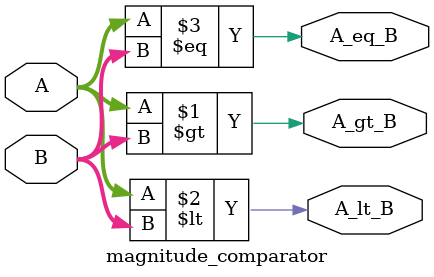
<source format=v>
module magnitude_comparator(A_gt_B, A_lt_B, A_eq_B, A, B);

//Comparison output
output A_gt_B, A_lt_B, A_eq_B;

//4 bits numbers input
input [3:0] A, B;

assign A_gt_B = (A > B); //A greater than B
assign A_lt_B = (A < B); //A less than B
assign A_eq_B = (A == B); //A equal to B

endmodule


</source>
